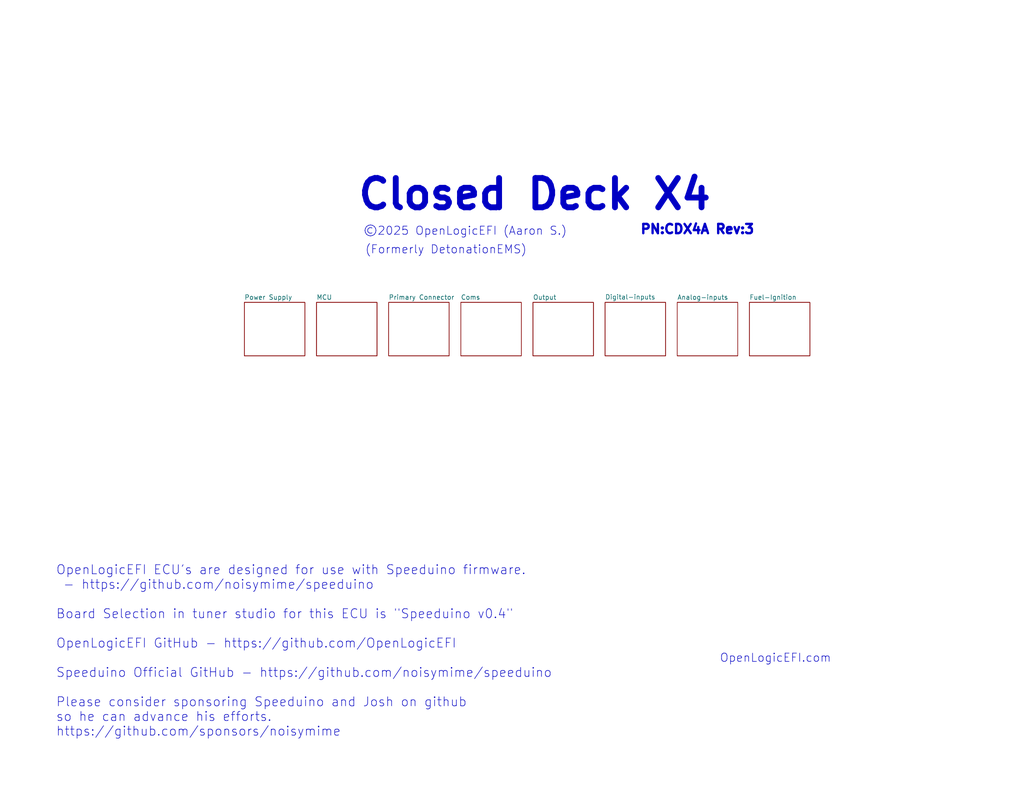
<source format=kicad_sch>
(kicad_sch
	(version 20250114)
	(generator "eeschema")
	(generator_version "9.0")
	(uuid "929a9b03-e99e-4b88-8e16-759f8c6b59a5")
	(paper "USLetter")
	(title_block
		(title "Closed Deck X4")
		(date "2025-05-18")
		(rev "3")
		(company "OpenLogicEFI")
		(comment 1 "openlogicefi.com")
	)
	(lib_symbols)
	(text "©2025 OpenLogicEFI (Aaron S.)"
		(exclude_from_sim no)
		(at 99.06 64.516 0)
		(effects
			(font
				(size 2.25 2.25)
			)
			(justify left bottom)
		)
		(uuid "18b9a005-8eac-4eea-b530-a87671e42131")
	)
	(text "(Formerly DetonationEMS)"
		(exclude_from_sim no)
		(at 99.568 69.596 0)
		(effects
			(font
				(size 2.25 2.25)
			)
			(justify left bottom)
		)
		(uuid "9d72a82a-1eb0-47fc-a6c4-b618c00997bd")
	)
	(text "OpenLogicEFI ECU's are designed for use with Speeduino firmware.\n - https://github.com/noisymime/speeduino\n\nBoard Selection in tuner studio for this ECU is \"Speeduino v0.4\"\n\nOpenLogicEFI GitHub - https://github.com/OpenLogicEFI\n\nSpeeduino Official GitHub - https://github.com/noisymime/speeduino\n\nPlease consider sponsoring Speeduino and Josh on github\nso he can advance his efforts.\nhttps://github.com/sponsors/noisymime"
		(exclude_from_sim no)
		(at 15.24 201.295 0)
		(effects
			(font
				(size 2.4892 2.4892)
			)
			(justify left bottom)
		)
		(uuid "b31cd59e-2cf6-4eef-965d-11f30da9b8c3")
	)
	(text "Closed Deck X4"
		(exclude_from_sim no)
		(at 97.028 57.912 0)
		(effects
			(font
				(size 8 8)
				(thickness 1.6)
				(bold yes)
			)
			(justify left bottom)
		)
		(uuid "d70d1cd3-1668-4688-8eb7-f773efb7bb87")
	)
	(text "PN:CDX4A Rev:3"
		(exclude_from_sim no)
		(at 174.498 64.262 0)
		(effects
			(font
				(size 2.54 2.54)
				(thickness 0.7)
				(bold yes)
			)
			(justify left bottom)
		)
		(uuid "da86412e-e28b-40b3-884c-486313b5e1b6")
	)
	(text "OpenLogicEFI.com"
		(exclude_from_sim no)
		(at 196.342 181.102 0)
		(effects
			(font
				(size 2.25 2.25)
			)
			(justify left bottom)
		)
		(uuid "f03cfc76-381b-47a3-b5e9-b4e061afa153")
	)
	(sheet
		(at 106.045 82.55)
		(size 16.51 14.605)
		(exclude_from_sim no)
		(in_bom yes)
		(on_board yes)
		(dnp no)
		(stroke
			(width 0)
			(type solid)
		)
		(fill
			(color 0 0 0 0.0000)
		)
		(uuid "00000000-0000-0000-0000-000060bdae25")
		(property "Sheetname" "Primary Connector"
			(at 106.045 81.915 0)
			(effects
				(font
					(size 1.27 1.27)
				)
				(justify left bottom)
			)
		)
		(property "Sheetfile" "connector.kicad_sch"
			(at 106.045 94.5646 0)
			(effects
				(font
					(size 1.27 1.27)
				)
				(justify left top)
				(hide yes)
			)
		)
		(instances
			(project "closed-deck-x4"
				(path "/929a9b03-e99e-4b88-8e16-759f8c6b59a5"
					(page "3")
				)
			)
		)
	)
	(sheet
		(at 204.47 82.55)
		(size 16.51 14.605)
		(exclude_from_sim no)
		(in_bom yes)
		(on_board yes)
		(dnp no)
		(stroke
			(width 0)
			(type solid)
		)
		(fill
			(color 0 0 0 0.0000)
		)
		(uuid "00000000-0000-0000-0000-000060bdff19")
		(property "Sheetname" "Fuel-Ignition"
			(at 204.47 81.915 0)
			(effects
				(font
					(size 1.27 1.27)
				)
				(justify left bottom)
			)
		)
		(property "Sheetfile" "fuel-ignition.kicad_sch"
			(at 204.47 94.5646 0)
			(effects
				(font
					(size 1.27 1.27)
				)
				(justify left top)
				(hide yes)
			)
		)
		(instances
			(project "closed-deck-x4"
				(path "/929a9b03-e99e-4b88-8e16-759f8c6b59a5"
					(page "5")
				)
			)
		)
	)
	(sheet
		(at 184.785 82.55)
		(size 16.51 14.605)
		(exclude_from_sim no)
		(in_bom yes)
		(on_board yes)
		(dnp no)
		(stroke
			(width 0)
			(type solid)
		)
		(fill
			(color 0 0 0 0.0000)
		)
		(uuid "00000000-0000-0000-0000-000060bec240")
		(property "Sheetname" "Analog-inputs"
			(at 184.785 81.915 0)
			(effects
				(font
					(size 1.27 1.27)
				)
				(justify left bottom)
			)
		)
		(property "Sheetfile" "input.kicad_sch"
			(at 184.785 94.5646 0)
			(effects
				(font
					(size 1.27 1.27)
				)
				(justify left top)
				(hide yes)
			)
		)
		(instances
			(project "closed-deck-x4"
				(path "/929a9b03-e99e-4b88-8e16-759f8c6b59a5"
					(page "7")
				)
			)
		)
	)
	(sheet
		(at 145.415 82.55)
		(size 16.51 14.605)
		(exclude_from_sim no)
		(in_bom yes)
		(on_board yes)
		(dnp no)
		(stroke
			(width 0)
			(type solid)
		)
		(fill
			(color 0 0 0 0.0000)
		)
		(uuid "00000000-0000-0000-0000-000060e7aa2a")
		(property "Sheetname" "Output"
			(at 145.415 81.915 0)
			(effects
				(font
					(size 1.27 1.27)
				)
				(justify left bottom)
			)
		)
		(property "Sheetfile" "output.kicad_sch"
			(at 145.415 94.5646 0)
			(effects
				(font
					(size 1.27 1.27)
				)
				(justify left top)
				(hide yes)
			)
		)
		(instances
			(project "closed-deck-x4"
				(path "/929a9b03-e99e-4b88-8e16-759f8c6b59a5"
					(page "6")
				)
			)
		)
	)
	(sheet
		(at 86.36 82.55)
		(size 16.51 14.605)
		(exclude_from_sim no)
		(in_bom yes)
		(on_board yes)
		(dnp no)
		(stroke
			(width 0.1524)
			(type solid)
		)
		(fill
			(color 0 0 0 0.0000)
		)
		(uuid "7eb070f0-0972-48f3-b1a2-7aec03db60dd")
		(property "Sheetname" "MCU"
			(at 86.36 81.915 0)
			(effects
				(font
					(size 1.27 1.27)
				)
				(justify left bottom)
			)
		)
		(property "Sheetfile" "mcu.kicad_sch"
			(at 86.36 97.7396 0)
			(effects
				(font
					(size 1.27 1.27)
				)
				(justify left top)
				(hide yes)
			)
		)
		(instances
			(project "closed-deck-x4"
				(path "/929a9b03-e99e-4b88-8e16-759f8c6b59a5"
					(page "2")
				)
			)
		)
	)
	(sheet
		(at 66.675 82.55)
		(size 16.51 14.605)
		(exclude_from_sim no)
		(in_bom yes)
		(on_board yes)
		(dnp no)
		(stroke
			(width 0.1524)
			(type solid)
		)
		(fill
			(color 0 0 0 0.0000)
		)
		(uuid "9c074c3b-1726-457f-9ccb-fe178788ecee")
		(property "Sheetname" "Power Supply"
			(at 66.675 81.915 0)
			(effects
				(font
					(size 1.27 1.27)
				)
				(justify left bottom)
			)
		)
		(property "Sheetfile" "powersupply.kicad_sch"
			(at 66.675 97.7396 0)
			(effects
				(font
					(size 1.27 1.27)
				)
				(justify left top)
				(hide yes)
			)
		)
		(instances
			(project "closed-deck-x4"
				(path "/929a9b03-e99e-4b88-8e16-759f8c6b59a5"
					(page "1")
				)
			)
		)
	)
	(sheet
		(at 125.73 82.55)
		(size 16.51 14.605)
		(exclude_from_sim no)
		(in_bom yes)
		(on_board yes)
		(dnp no)
		(stroke
			(width 0.1524)
			(type solid)
		)
		(fill
			(color 0 0 0 0.0000)
		)
		(uuid "f5d0a587-bd89-4f20-87a1-ffa1c87672fb")
		(property "Sheetname" "Coms"
			(at 125.73 81.915 0)
			(effects
				(font
					(size 1.27 1.27)
				)
				(justify left bottom)
			)
		)
		(property "Sheetfile" "usb.kicad_sch"
			(at 125.73 97.7396 0)
			(effects
				(font
					(size 1.27 1.27)
				)
				(justify left top)
				(hide yes)
			)
		)
		(instances
			(project "closed-deck-x4"
				(path "/929a9b03-e99e-4b88-8e16-759f8c6b59a5"
					(page "4")
				)
			)
		)
	)
	(sheet
		(at 165.1 82.55)
		(size 16.51 14.605)
		(exclude_from_sim no)
		(in_bom yes)
		(on_board yes)
		(dnp no)
		(fields_autoplaced yes)
		(stroke
			(width 0.1524)
			(type solid)
		)
		(fill
			(color 0 0 0 0.0000)
		)
		(uuid "f706db0f-aad4-4219-b413-dd534f24044a")
		(property "Sheetname" "Digital-inputs"
			(at 165.1 81.8384 0)
			(effects
				(font
					(size 1.27 1.27)
				)
				(justify left bottom)
			)
		)
		(property "Sheetfile" "digital-inputs.kicad_sch"
			(at 165.1 97.7396 0)
			(effects
				(font
					(size 1.27 1.27)
				)
				(justify left top)
				(hide yes)
			)
		)
		(instances
			(project "closed-deck-x4"
				(path "/929a9b03-e99e-4b88-8e16-759f8c6b59a5"
					(page "8")
				)
			)
		)
	)
	(sheet_instances
		(path "/"
			(page "1")
		)
	)
	(embedded_fonts no)
)

</source>
